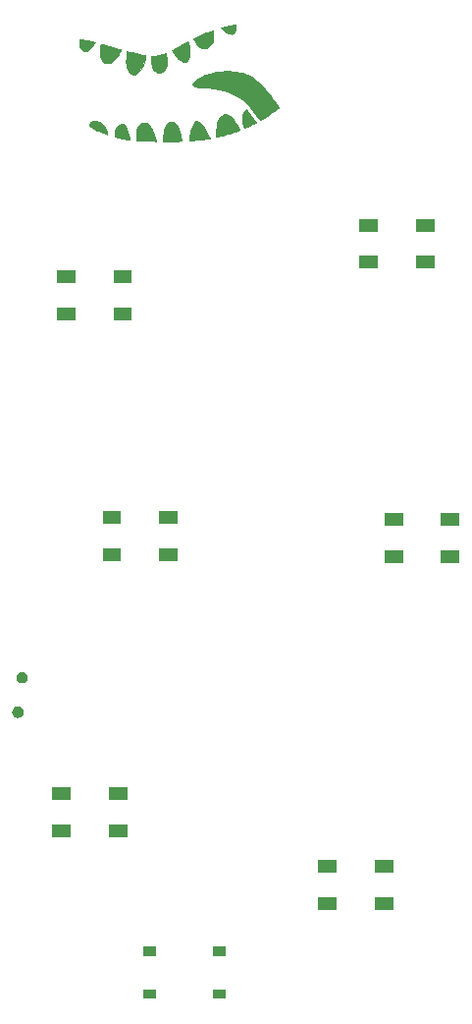
<source format=gbr>
G04 #@! TF.GenerationSoftware,KiCad,Pcbnew,(5.1.0-0)*
G04 #@! TF.CreationDate,2019-11-19T19:36:27-07:00*
G04 #@! TF.ProjectId,XMas-V3,584d6173-2d56-4332-9e6b-696361645f70,rev?*
G04 #@! TF.SameCoordinates,Original*
G04 #@! TF.FileFunction,Soldermask,Top*
G04 #@! TF.FilePolarity,Negative*
%FSLAX46Y46*%
G04 Gerber Fmt 4.6, Leading zero omitted, Abs format (unit mm)*
G04 Created by KiCad (PCBNEW (5.1.0-0)) date 2019-11-19 19:36:27*
%MOMM*%
%LPD*%
G04 APERTURE LIST*
%ADD10C,0.010000*%
%ADD11C,0.150000*%
G04 APERTURE END LIST*
D10*
G04 #@! TO.C,G\002A\002A\002A*
G36*
X-137330Y33343049D02*
G01*
X-135754Y33342021D01*
X-123587Y33303176D01*
X-118732Y33227968D01*
X-120469Y33130191D01*
X-128078Y33023643D01*
X-140840Y32922121D01*
X-158035Y32839420D01*
X-162796Y32823740D01*
X-205130Y32731678D01*
X-263375Y32649245D01*
X-326817Y32588799D01*
X-384746Y32562696D01*
X-389299Y32562454D01*
X-438171Y32557329D01*
X-469900Y32551748D01*
X-527453Y32550790D01*
X-604196Y32561710D01*
X-619141Y32565061D01*
X-699952Y32590747D01*
X-796753Y32629973D01*
X-847741Y32653931D01*
X-938343Y32704584D01*
X-1039801Y32769649D01*
X-1143173Y32842303D01*
X-1239518Y32915719D01*
X-1319893Y32983072D01*
X-1375357Y33037538D01*
X-1396967Y33072290D01*
X-1397000Y33073165D01*
X-1373354Y33087585D01*
X-1307834Y33109247D01*
X-1208564Y33136418D01*
X-1083673Y33167366D01*
X-941287Y33200359D01*
X-789532Y33233664D01*
X-636534Y33265550D01*
X-490420Y33294283D01*
X-359316Y33318132D01*
X-251349Y33335364D01*
X-174645Y33344247D01*
X-137330Y33343049D01*
X-137330Y33343049D01*
G37*
X-137330Y33343049D02*
X-135754Y33342021D01*
X-123587Y33303176D01*
X-118732Y33227968D01*
X-120469Y33130191D01*
X-128078Y33023643D01*
X-140840Y32922121D01*
X-158035Y32839420D01*
X-162796Y32823740D01*
X-205130Y32731678D01*
X-263375Y32649245D01*
X-326817Y32588799D01*
X-384746Y32562696D01*
X-389299Y32562454D01*
X-438171Y32557329D01*
X-469900Y32551748D01*
X-527453Y32550790D01*
X-604196Y32561710D01*
X-619141Y32565061D01*
X-699952Y32590747D01*
X-796753Y32629973D01*
X-847741Y32653931D01*
X-938343Y32704584D01*
X-1039801Y32769649D01*
X-1143173Y32842303D01*
X-1239518Y32915719D01*
X-1319893Y32983072D01*
X-1375357Y33037538D01*
X-1396967Y33072290D01*
X-1397000Y33073165D01*
X-1373354Y33087585D01*
X-1307834Y33109247D01*
X-1208564Y33136418D01*
X-1083673Y33167366D01*
X-941287Y33200359D01*
X-789532Y33233664D01*
X-636534Y33265550D01*
X-490420Y33294283D01*
X-359316Y33318132D01*
X-251349Y33335364D01*
X-174645Y33344247D01*
X-137330Y33343049D01*
G36*
X-2122554Y32818518D02*
G01*
X-2102369Y32754289D01*
X-2085709Y32659739D01*
X-2073515Y32545095D01*
X-2066726Y32420582D01*
X-2066282Y32296429D01*
X-2073124Y32182860D01*
X-2079937Y32131000D01*
X-2130380Y31936192D01*
X-2212288Y31754117D01*
X-2319540Y31593017D01*
X-2446015Y31461132D01*
X-2585591Y31366702D01*
X-2674078Y31331152D01*
X-2779502Y31304395D01*
X-2863279Y31297276D01*
X-2950105Y31308625D01*
X-2984500Y31316432D01*
X-3163643Y31385240D01*
X-3328860Y31499785D01*
X-3378200Y31546067D01*
X-3433034Y31606189D01*
X-3501288Y31688180D01*
X-3576089Y31782862D01*
X-3650566Y31881055D01*
X-3717846Y31973578D01*
X-3771056Y32051253D01*
X-3803324Y32104899D01*
X-3809813Y32122586D01*
X-3787263Y32140880D01*
X-3724081Y32175437D01*
X-3626729Y32223464D01*
X-3501665Y32282169D01*
X-3355350Y32348758D01*
X-3194243Y32420439D01*
X-3024805Y32494420D01*
X-2853493Y32567907D01*
X-2686770Y32638107D01*
X-2531094Y32702228D01*
X-2392924Y32757478D01*
X-2278722Y32801062D01*
X-2194946Y32830190D01*
X-2148056Y32842067D01*
X-2145323Y32842200D01*
X-2122554Y32818518D01*
X-2122554Y32818518D01*
G37*
X-2122554Y32818518D02*
X-2102369Y32754289D01*
X-2085709Y32659739D01*
X-2073515Y32545095D01*
X-2066726Y32420582D01*
X-2066282Y32296429D01*
X-2073124Y32182860D01*
X-2079937Y32131000D01*
X-2130380Y31936192D01*
X-2212288Y31754117D01*
X-2319540Y31593017D01*
X-2446015Y31461132D01*
X-2585591Y31366702D01*
X-2674078Y31331152D01*
X-2779502Y31304395D01*
X-2863279Y31297276D01*
X-2950105Y31308625D01*
X-2984500Y31316432D01*
X-3163643Y31385240D01*
X-3328860Y31499785D01*
X-3378200Y31546067D01*
X-3433034Y31606189D01*
X-3501288Y31688180D01*
X-3576089Y31782862D01*
X-3650566Y31881055D01*
X-3717846Y31973578D01*
X-3771056Y32051253D01*
X-3803324Y32104899D01*
X-3809813Y32122586D01*
X-3787263Y32140880D01*
X-3724081Y32175437D01*
X-3626729Y32223464D01*
X-3501665Y32282169D01*
X-3355350Y32348758D01*
X-3194243Y32420439D01*
X-3024805Y32494420D01*
X-2853493Y32567907D01*
X-2686770Y32638107D01*
X-2531094Y32702228D01*
X-2392924Y32757478D01*
X-2278722Y32801062D01*
X-2194946Y32830190D01*
X-2148056Y32842067D01*
X-2145323Y32842200D01*
X-2122554Y32818518D01*
G36*
X-13523319Y32113905D02*
G01*
X-13477906Y32107563D01*
X-13394116Y32091790D01*
X-13280382Y32068494D01*
X-13145139Y32039582D01*
X-12996821Y32006962D01*
X-12843864Y31972541D01*
X-12694701Y31938226D01*
X-12557768Y31905924D01*
X-12441498Y31877542D01*
X-12354326Y31854989D01*
X-12304687Y31840171D01*
X-12296887Y31836574D01*
X-12303698Y31811357D01*
X-12337462Y31756525D01*
X-12391591Y31680614D01*
X-12459495Y31592159D01*
X-12534586Y31499698D01*
X-12610274Y31411766D01*
X-12679971Y31336899D01*
X-12691446Y31325397D01*
X-12839588Y31193434D01*
X-12973465Y31106354D01*
X-13097857Y31061942D01*
X-13217542Y31057985D01*
X-13254500Y31064642D01*
X-13360444Y31113985D01*
X-13453273Y31206548D01*
X-13530151Y31335804D01*
X-13588240Y31495223D01*
X-13624703Y31678277D01*
X-13636703Y31878437D01*
X-13635124Y31940500D01*
X-13627100Y32118300D01*
X-13523319Y32113905D01*
X-13523319Y32113905D01*
G37*
X-13523319Y32113905D02*
X-13477906Y32107563D01*
X-13394116Y32091790D01*
X-13280382Y32068494D01*
X-13145139Y32039582D01*
X-12996821Y32006962D01*
X-12843864Y31972541D01*
X-12694701Y31938226D01*
X-12557768Y31905924D01*
X-12441498Y31877542D01*
X-12354326Y31854989D01*
X-12304687Y31840171D01*
X-12296887Y31836574D01*
X-12303698Y31811357D01*
X-12337462Y31756525D01*
X-12391591Y31680614D01*
X-12459495Y31592159D01*
X-12534586Y31499698D01*
X-12610274Y31411766D01*
X-12679971Y31336899D01*
X-12691446Y31325397D01*
X-12839588Y31193434D01*
X-12973465Y31106354D01*
X-13097857Y31061942D01*
X-13217542Y31057985D01*
X-13254500Y31064642D01*
X-13360444Y31113985D01*
X-13453273Y31206548D01*
X-13530151Y31335804D01*
X-13588240Y31495223D01*
X-13624703Y31678277D01*
X-13636703Y31878437D01*
X-13635124Y31940500D01*
X-13627100Y32118300D01*
X-13523319Y32113905D01*
G36*
X-4256647Y31900314D02*
G01*
X-4245451Y31872072D01*
X-4225599Y31806832D01*
X-4200756Y31716879D01*
X-4191966Y31683400D01*
X-4148969Y31475390D01*
X-4120222Y31247426D01*
X-4107436Y31020129D01*
X-4112319Y30814115D01*
X-4116252Y30770678D01*
X-4139423Y30598352D01*
X-4170069Y30465104D01*
X-4212340Y30359318D01*
X-4270388Y30269382D01*
X-4313156Y30219650D01*
X-4397547Y30165081D01*
X-4510965Y30145935D01*
X-4646060Y30162178D01*
X-4795481Y30213776D01*
X-4813300Y30221998D01*
X-4912432Y30278121D01*
X-5021828Y30353915D01*
X-5111295Y30427310D01*
X-5175238Y30492917D01*
X-5250198Y30580953D01*
X-5330688Y30683552D01*
X-5411219Y30792846D01*
X-5486304Y30900968D01*
X-5550456Y31000051D01*
X-5598187Y31082227D01*
X-5624009Y31139630D01*
X-5624556Y31163140D01*
X-5589329Y31187552D01*
X-5518109Y31230464D01*
X-5417532Y31288299D01*
X-5294235Y31357482D01*
X-5154856Y31434434D01*
X-5006031Y31515580D01*
X-4854398Y31597343D01*
X-4706593Y31676146D01*
X-4569253Y31748412D01*
X-4449015Y31810565D01*
X-4352516Y31859028D01*
X-4286392Y31890224D01*
X-4257282Y31900577D01*
X-4256647Y31900314D01*
X-4256647Y31900314D01*
G37*
X-4256647Y31900314D02*
X-4245451Y31872072D01*
X-4225599Y31806832D01*
X-4200756Y31716879D01*
X-4191966Y31683400D01*
X-4148969Y31475390D01*
X-4120222Y31247426D01*
X-4107436Y31020129D01*
X-4112319Y30814115D01*
X-4116252Y30770678D01*
X-4139423Y30598352D01*
X-4170069Y30465104D01*
X-4212340Y30359318D01*
X-4270388Y30269382D01*
X-4313156Y30219650D01*
X-4397547Y30165081D01*
X-4510965Y30145935D01*
X-4646060Y30162178D01*
X-4795481Y30213776D01*
X-4813300Y30221998D01*
X-4912432Y30278121D01*
X-5021828Y30353915D01*
X-5111295Y30427310D01*
X-5175238Y30492917D01*
X-5250198Y30580953D01*
X-5330688Y30683552D01*
X-5411219Y30792846D01*
X-5486304Y30900968D01*
X-5550456Y31000051D01*
X-5598187Y31082227D01*
X-5624009Y31139630D01*
X-5624556Y31163140D01*
X-5589329Y31187552D01*
X-5518109Y31230464D01*
X-5417532Y31288299D01*
X-5294235Y31357482D01*
X-5154856Y31434434D01*
X-5006031Y31515580D01*
X-4854398Y31597343D01*
X-4706593Y31676146D01*
X-4569253Y31748412D01*
X-4449015Y31810565D01*
X-4352516Y31859028D01*
X-4286392Y31890224D01*
X-4257282Y31900577D01*
X-4256647Y31900314D01*
G36*
X-11754215Y31683418D02*
G01*
X-11685392Y31667288D01*
X-11581330Y31640305D01*
X-11448717Y31604404D01*
X-11294243Y31561523D01*
X-11124598Y31513596D01*
X-10946472Y31462561D01*
X-10766553Y31410352D01*
X-10591532Y31358907D01*
X-10428098Y31310160D01*
X-10282940Y31266049D01*
X-10162748Y31228508D01*
X-10074213Y31199475D01*
X-10024022Y31180884D01*
X-10015125Y31175673D01*
X-10025042Y31143540D01*
X-10059871Y31079112D01*
X-10114021Y30990713D01*
X-10181898Y30886670D01*
X-10257911Y30775308D01*
X-10336468Y30664953D01*
X-10411976Y30563932D01*
X-10478843Y30480568D01*
X-10493329Y30463720D01*
X-10665155Y30284432D01*
X-10826449Y30152324D01*
X-10980365Y30065654D01*
X-11130054Y30022681D01*
X-11278670Y30021661D01*
X-11290300Y30023294D01*
X-11448770Y30071356D01*
X-11583835Y30162633D01*
X-11693953Y30294487D01*
X-11777584Y30464280D01*
X-11833187Y30669373D01*
X-11859222Y30907129D01*
X-11861058Y31000700D01*
X-11858091Y31077031D01*
X-11850359Y31178951D01*
X-11839199Y31295004D01*
X-11825945Y31413734D01*
X-11811932Y31523686D01*
X-11798496Y31613404D01*
X-11786970Y31671433D01*
X-11781108Y31686760D01*
X-11754215Y31683418D01*
X-11754215Y31683418D01*
G37*
X-11754215Y31683418D02*
X-11685392Y31667288D01*
X-11581330Y31640305D01*
X-11448717Y31604404D01*
X-11294243Y31561523D01*
X-11124598Y31513596D01*
X-10946472Y31462561D01*
X-10766553Y31410352D01*
X-10591532Y31358907D01*
X-10428098Y31310160D01*
X-10282940Y31266049D01*
X-10162748Y31228508D01*
X-10074213Y31199475D01*
X-10024022Y31180884D01*
X-10015125Y31175673D01*
X-10025042Y31143540D01*
X-10059871Y31079112D01*
X-10114021Y30990713D01*
X-10181898Y30886670D01*
X-10257911Y30775308D01*
X-10336468Y30664953D01*
X-10411976Y30563932D01*
X-10478843Y30480568D01*
X-10493329Y30463720D01*
X-10665155Y30284432D01*
X-10826449Y30152324D01*
X-10980365Y30065654D01*
X-11130054Y30022681D01*
X-11278670Y30021661D01*
X-11290300Y30023294D01*
X-11448770Y30071356D01*
X-11583835Y30162633D01*
X-11693953Y30294487D01*
X-11777584Y30464280D01*
X-11833187Y30669373D01*
X-11859222Y30907129D01*
X-11861058Y31000700D01*
X-11858091Y31077031D01*
X-11850359Y31178951D01*
X-11839199Y31295004D01*
X-11825945Y31413734D01*
X-11811932Y31523686D01*
X-11798496Y31613404D01*
X-11786970Y31671433D01*
X-11781108Y31686760D01*
X-11754215Y31683418D01*
G36*
X-6183280Y30879996D02*
G01*
X-6173540Y30854541D01*
X-6152848Y30792659D01*
X-6125227Y30706465D01*
X-6117919Y30683200D01*
X-6089816Y30582605D01*
X-6071846Y30486031D01*
X-6062010Y30376940D01*
X-6058314Y30238797D01*
X-6058102Y30187900D01*
X-6058783Y30056022D01*
X-6062581Y29961192D01*
X-6071817Y29889665D01*
X-6088815Y29827698D01*
X-6115898Y29761545D01*
X-6138279Y29713438D01*
X-6244542Y29530582D01*
X-6370228Y29385155D01*
X-6510805Y29280039D01*
X-6661742Y29218117D01*
X-6818507Y29202269D01*
X-6918455Y29217298D01*
X-7017865Y29263457D01*
X-7121900Y29348609D01*
X-7220203Y29463206D01*
X-7273573Y29544590D01*
X-7338583Y29680873D01*
X-7384524Y29839004D01*
X-7413057Y30027342D01*
X-7425847Y30254250D01*
X-7426755Y30314900D01*
X-7429500Y30645100D01*
X-7183960Y30661131D01*
X-6791277Y30712162D01*
X-6402909Y30813742D01*
X-6369248Y30824993D01*
X-6282205Y30853583D01*
X-6216560Y30873227D01*
X-6184520Y30880314D01*
X-6183280Y30879996D01*
X-6183280Y30879996D01*
G37*
X-6183280Y30879996D02*
X-6173540Y30854541D01*
X-6152848Y30792659D01*
X-6125227Y30706465D01*
X-6117919Y30683200D01*
X-6089816Y30582605D01*
X-6071846Y30486031D01*
X-6062010Y30376940D01*
X-6058314Y30238797D01*
X-6058102Y30187900D01*
X-6058783Y30056022D01*
X-6062581Y29961192D01*
X-6071817Y29889665D01*
X-6088815Y29827698D01*
X-6115898Y29761545D01*
X-6138279Y29713438D01*
X-6244542Y29530582D01*
X-6370228Y29385155D01*
X-6510805Y29280039D01*
X-6661742Y29218117D01*
X-6818507Y29202269D01*
X-6918455Y29217298D01*
X-7017865Y29263457D01*
X-7121900Y29348609D01*
X-7220203Y29463206D01*
X-7273573Y29544590D01*
X-7338583Y29680873D01*
X-7384524Y29839004D01*
X-7413057Y30027342D01*
X-7425847Y30254250D01*
X-7426755Y30314900D01*
X-7429500Y30645100D01*
X-7183960Y30661131D01*
X-6791277Y30712162D01*
X-6402909Y30813742D01*
X-6369248Y30824993D01*
X-6282205Y30853583D01*
X-6216560Y30873227D01*
X-6184520Y30880314D01*
X-6183280Y30879996D01*
G36*
X-9478157Y31053881D02*
G01*
X-9368595Y31023353D01*
X-9230943Y30987021D01*
X-9073067Y30946761D01*
X-8902832Y30904448D01*
X-8728104Y30861959D01*
X-8556749Y30821169D01*
X-8396632Y30783955D01*
X-8255618Y30752191D01*
X-8141574Y30727755D01*
X-8062364Y30712522D01*
X-8028775Y30708212D01*
X-7978154Y30702578D01*
X-7949016Y30681392D01*
X-7939709Y30636442D01*
X-7948584Y30559516D01*
X-7973990Y30442402D01*
X-7974733Y30439267D01*
X-8051599Y30145087D01*
X-8132932Y29895107D01*
X-8221479Y29682753D01*
X-8319984Y29501456D01*
X-8431190Y29344643D01*
X-8432605Y29342892D01*
X-8574938Y29190723D01*
X-8714540Y29089098D01*
X-8851302Y29038056D01*
X-8985115Y29037632D01*
X-9115870Y29087863D01*
X-9143169Y29105011D01*
X-9296950Y29238729D01*
X-9418465Y29411568D01*
X-9507669Y29623378D01*
X-9564514Y29874003D01*
X-9588954Y30163292D01*
X-9580944Y30491091D01*
X-9577432Y30537562D01*
X-9562572Y30715259D01*
X-9550006Y30848302D01*
X-9538577Y30942717D01*
X-9527126Y31004532D01*
X-9514492Y31039776D01*
X-9499518Y31054475D01*
X-9481045Y31054658D01*
X-9478157Y31053881D01*
X-9478157Y31053881D01*
G37*
X-9478157Y31053881D02*
X-9368595Y31023353D01*
X-9230943Y30987021D01*
X-9073067Y30946761D01*
X-8902832Y30904448D01*
X-8728104Y30861959D01*
X-8556749Y30821169D01*
X-8396632Y30783955D01*
X-8255618Y30752191D01*
X-8141574Y30727755D01*
X-8062364Y30712522D01*
X-8028775Y30708212D01*
X-7978154Y30702578D01*
X-7949016Y30681392D01*
X-7939709Y30636442D01*
X-7948584Y30559516D01*
X-7973990Y30442402D01*
X-7974733Y30439267D01*
X-8051599Y30145087D01*
X-8132932Y29895107D01*
X-8221479Y29682753D01*
X-8319984Y29501456D01*
X-8431190Y29344643D01*
X-8432605Y29342892D01*
X-8574938Y29190723D01*
X-8714540Y29089098D01*
X-8851302Y29038056D01*
X-8985115Y29037632D01*
X-9115870Y29087863D01*
X-9143169Y29105011D01*
X-9296950Y29238729D01*
X-9418465Y29411568D01*
X-9507669Y29623378D01*
X-9564514Y29874003D01*
X-9588954Y30163292D01*
X-9580944Y30491091D01*
X-9577432Y30537562D01*
X-9562572Y30715259D01*
X-9550006Y30848302D01*
X-9538577Y30942717D01*
X-9527126Y31004532D01*
X-9514492Y31039776D01*
X-9499518Y31054475D01*
X-9481045Y31054658D01*
X-9478157Y31053881D01*
G36*
X-671349Y29335561D02*
G01*
X-361330Y29318063D01*
X-69557Y29287993D01*
X190500Y29245560D01*
X504681Y29167293D01*
X804581Y29061392D01*
X1093528Y28925314D01*
X1374851Y28756519D01*
X1651878Y28552466D01*
X1927940Y28310615D01*
X2206364Y28028423D01*
X2490479Y27703351D01*
X2783615Y27332858D01*
X2899265Y27178000D01*
X3007496Y27029461D01*
X3116320Y26877401D01*
X3221651Y26727801D01*
X3319405Y26586641D01*
X3405495Y26459902D01*
X3475836Y26353565D01*
X3526342Y26273610D01*
X3552928Y26226017D01*
X3556000Y26216658D01*
X3536078Y26189095D01*
X3480354Y26137506D01*
X3394885Y26066644D01*
X3285730Y25981264D01*
X3158946Y25886117D01*
X3020592Y25785959D01*
X2895600Y25698493D01*
X2809328Y25640463D01*
X2701677Y25570065D01*
X2580150Y25491983D01*
X2452250Y25410899D01*
X2325480Y25331499D01*
X2207342Y25258466D01*
X2105341Y25196484D01*
X2026978Y25150237D01*
X1979757Y25124409D01*
X1969896Y25120600D01*
X1951082Y25139928D01*
X1911104Y25191369D01*
X1857483Y25265108D01*
X1838504Y25292050D01*
X1571213Y25660388D01*
X1304807Y26000171D01*
X1042364Y26308055D01*
X786962Y26580694D01*
X541676Y26814745D01*
X309584Y27006862D01*
X169663Y27106087D01*
X-141965Y27293280D01*
X-470036Y27454436D01*
X-819078Y27590756D01*
X-1193619Y27703440D01*
X-1598184Y27793688D01*
X-2037303Y27862702D01*
X-2515501Y27911681D01*
X-2971800Y27939145D01*
X-3200005Y27951772D01*
X-3383346Y27968775D01*
X-3527668Y27991524D01*
X-3638818Y28021389D01*
X-3722642Y28059742D01*
X-3784987Y28107953D01*
X-3809422Y28135535D01*
X-3850912Y28211140D01*
X-3853544Y28287276D01*
X-3815232Y28367605D01*
X-3733889Y28455789D01*
X-3607428Y28555492D01*
X-3545933Y28597949D01*
X-3164163Y28825544D01*
X-2756489Y29012780D01*
X-2319905Y29160840D01*
X-1851411Y29270908D01*
X-1825089Y29275804D01*
X-1576482Y29310609D01*
X-1292364Y29332036D01*
X-986173Y29340286D01*
X-671349Y29335561D01*
X-671349Y29335561D01*
G37*
X-671349Y29335561D02*
X-361330Y29318063D01*
X-69557Y29287993D01*
X190500Y29245560D01*
X504681Y29167293D01*
X804581Y29061392D01*
X1093528Y28925314D01*
X1374851Y28756519D01*
X1651878Y28552466D01*
X1927940Y28310615D01*
X2206364Y28028423D01*
X2490479Y27703351D01*
X2783615Y27332858D01*
X2899265Y27178000D01*
X3007496Y27029461D01*
X3116320Y26877401D01*
X3221651Y26727801D01*
X3319405Y26586641D01*
X3405495Y26459902D01*
X3475836Y26353565D01*
X3526342Y26273610D01*
X3552928Y26226017D01*
X3556000Y26216658D01*
X3536078Y26189095D01*
X3480354Y26137506D01*
X3394885Y26066644D01*
X3285730Y25981264D01*
X3158946Y25886117D01*
X3020592Y25785959D01*
X2895600Y25698493D01*
X2809328Y25640463D01*
X2701677Y25570065D01*
X2580150Y25491983D01*
X2452250Y25410899D01*
X2325480Y25331499D01*
X2207342Y25258466D01*
X2105341Y25196484D01*
X2026978Y25150237D01*
X1979757Y25124409D01*
X1969896Y25120600D01*
X1951082Y25139928D01*
X1911104Y25191369D01*
X1857483Y25265108D01*
X1838504Y25292050D01*
X1571213Y25660388D01*
X1304807Y26000171D01*
X1042364Y26308055D01*
X786962Y26580694D01*
X541676Y26814745D01*
X309584Y27006862D01*
X169663Y27106087D01*
X-141965Y27293280D01*
X-470036Y27454436D01*
X-819078Y27590756D01*
X-1193619Y27703440D01*
X-1598184Y27793688D01*
X-2037303Y27862702D01*
X-2515501Y27911681D01*
X-2971800Y27939145D01*
X-3200005Y27951772D01*
X-3383346Y27968775D01*
X-3527668Y27991524D01*
X-3638818Y28021389D01*
X-3722642Y28059742D01*
X-3784987Y28107953D01*
X-3809422Y28135535D01*
X-3850912Y28211140D01*
X-3853544Y28287276D01*
X-3815232Y28367605D01*
X-3733889Y28455789D01*
X-3607428Y28555492D01*
X-3545933Y28597949D01*
X-3164163Y28825544D01*
X-2756489Y29012780D01*
X-2319905Y29160840D01*
X-1851411Y29270908D01*
X-1825089Y29275804D01*
X-1576482Y29310609D01*
X-1292364Y29332036D01*
X-986173Y29340286D01*
X-671349Y29335561D01*
G36*
X977007Y25800867D02*
G01*
X1046824Y25713217D01*
X1128636Y25606429D01*
X1217235Y25487774D01*
X1307411Y25364525D01*
X1393954Y25243954D01*
X1471655Y25133332D01*
X1535304Y25039932D01*
X1579692Y24971025D01*
X1599611Y24933884D01*
X1600200Y24930941D01*
X1578632Y24916417D01*
X1519263Y24883886D01*
X1430091Y24837317D01*
X1319116Y24780678D01*
X1194338Y24717938D01*
X1063756Y24653064D01*
X935370Y24590024D01*
X817178Y24532788D01*
X717180Y24485322D01*
X643377Y24451595D01*
X603767Y24435576D01*
X600028Y24434800D01*
X586208Y24457090D01*
X563204Y24515539D01*
X535983Y24597517D01*
X535854Y24597933D01*
X458522Y24889249D01*
X417493Y25147114D01*
X413052Y25373901D01*
X445482Y25571982D01*
X515070Y25743730D01*
X622099Y25891518D01*
X699994Y25965967D01*
X783542Y26036634D01*
X977007Y25800867D01*
X977007Y25800867D01*
G37*
X977007Y25800867D02*
X1046824Y25713217D01*
X1128636Y25606429D01*
X1217235Y25487774D01*
X1307411Y25364525D01*
X1393954Y25243954D01*
X1471655Y25133332D01*
X1535304Y25039932D01*
X1579692Y24971025D01*
X1599611Y24933884D01*
X1600200Y24930941D01*
X1578632Y24916417D01*
X1519263Y24883886D01*
X1430091Y24837317D01*
X1319116Y24780678D01*
X1194338Y24717938D01*
X1063756Y24653064D01*
X935370Y24590024D01*
X817178Y24532788D01*
X717180Y24485322D01*
X643377Y24451595D01*
X603767Y24435576D01*
X600028Y24434800D01*
X586208Y24457090D01*
X563204Y24515539D01*
X535983Y24597517D01*
X535854Y24597933D01*
X458522Y24889249D01*
X417493Y25147114D01*
X413052Y25373901D01*
X445482Y25571982D01*
X515070Y25743730D01*
X622099Y25891518D01*
X699994Y25965967D01*
X783542Y26036634D01*
X977007Y25800867D01*
G36*
X-12216939Y25070360D02*
G01*
X-12166059Y25058956D01*
X-11942425Y24980136D01*
X-11748166Y24864655D01*
X-11581097Y24710254D01*
X-11439036Y24514675D01*
X-11319798Y24275659D01*
X-11263346Y24125429D01*
X-11228169Y24019626D01*
X-11208793Y23953076D01*
X-11203585Y23917315D01*
X-11210913Y23903882D01*
X-11220450Y23903002D01*
X-11249611Y23912643D01*
X-11316927Y23938077D01*
X-11413536Y23975862D01*
X-11530576Y24022559D01*
X-11582400Y24043478D01*
X-11734318Y24106987D01*
X-11896746Y24178325D01*
X-12062926Y24254167D01*
X-12226098Y24331188D01*
X-12379502Y24406063D01*
X-12516380Y24475465D01*
X-12629972Y24536070D01*
X-12713519Y24584553D01*
X-12760261Y24617588D01*
X-12767468Y24626480D01*
X-12768269Y24685725D01*
X-12742633Y24767214D01*
X-12697868Y24855216D01*
X-12641279Y24934001D01*
X-12609785Y24965948D01*
X-12491269Y25045291D01*
X-12363324Y25079466D01*
X-12216939Y25070360D01*
X-12216939Y25070360D01*
G37*
X-12216939Y25070360D02*
X-12166059Y25058956D01*
X-11942425Y24980136D01*
X-11748166Y24864655D01*
X-11581097Y24710254D01*
X-11439036Y24514675D01*
X-11319798Y24275659D01*
X-11263346Y24125429D01*
X-11228169Y24019626D01*
X-11208793Y23953076D01*
X-11203585Y23917315D01*
X-11210913Y23903882D01*
X-11220450Y23903002D01*
X-11249611Y23912643D01*
X-11316927Y23938077D01*
X-11413536Y23975862D01*
X-11530576Y24022559D01*
X-11582400Y24043478D01*
X-11734318Y24106987D01*
X-11896746Y24178325D01*
X-12062926Y24254167D01*
X-12226098Y24331188D01*
X-12379502Y24406063D01*
X-12516380Y24475465D01*
X-12629972Y24536070D01*
X-12713519Y24584553D01*
X-12760261Y24617588D01*
X-12767468Y24626480D01*
X-12768269Y24685725D01*
X-12742633Y24767214D01*
X-12697868Y24855216D01*
X-12641279Y24934001D01*
X-12609785Y24965948D01*
X-12491269Y25045291D01*
X-12363324Y25079466D01*
X-12216939Y25070360D01*
G36*
X-917281Y25610175D02*
G01*
X-798067Y25568021D01*
X-658875Y25483697D01*
X-509685Y25358624D01*
X-356852Y25200146D01*
X-206731Y25015608D01*
X-65675Y24812358D01*
X59960Y24597739D01*
X87774Y24544044D01*
X136453Y24445205D01*
X174989Y24362554D01*
X198420Y24306989D01*
X203200Y24290496D01*
X179630Y24271180D01*
X112771Y24240501D01*
X8402Y24200256D01*
X-127701Y24152242D01*
X-289760Y24098257D01*
X-471998Y24040099D01*
X-668639Y23979564D01*
X-873904Y23918450D01*
X-1082016Y23858555D01*
X-1287198Y23801676D01*
X-1483673Y23749611D01*
X-1665663Y23704156D01*
X-1731073Y23688700D01*
X-1768457Y23682651D01*
X-1790401Y23693484D01*
X-1803439Y23731780D01*
X-1814104Y23808118D01*
X-1816269Y23826649D01*
X-1822309Y23921580D01*
X-1823455Y24046256D01*
X-1819707Y24179859D01*
X-1816292Y24239261D01*
X-1783873Y24536455D01*
X-1730623Y24802602D01*
X-1658241Y25035487D01*
X-1568425Y25232894D01*
X-1462874Y25392605D01*
X-1343286Y25512405D01*
X-1211359Y25590078D01*
X-1068791Y25623407D01*
X-917281Y25610175D01*
X-917281Y25610175D01*
G37*
X-917281Y25610175D02*
X-798067Y25568021D01*
X-658875Y25483697D01*
X-509685Y25358624D01*
X-356852Y25200146D01*
X-206731Y25015608D01*
X-65675Y24812358D01*
X59960Y24597739D01*
X87774Y24544044D01*
X136453Y24445205D01*
X174989Y24362554D01*
X198420Y24306989D01*
X203200Y24290496D01*
X179630Y24271180D01*
X112771Y24240501D01*
X8402Y24200256D01*
X-127701Y24152242D01*
X-289760Y24098257D01*
X-471998Y24040099D01*
X-668639Y23979564D01*
X-873904Y23918450D01*
X-1082016Y23858555D01*
X-1287198Y23801676D01*
X-1483673Y23749611D01*
X-1665663Y23704156D01*
X-1731073Y23688700D01*
X-1768457Y23682651D01*
X-1790401Y23693484D01*
X-1803439Y23731780D01*
X-1814104Y23808118D01*
X-1816269Y23826649D01*
X-1822309Y23921580D01*
X-1823455Y24046256D01*
X-1819707Y24179859D01*
X-1816292Y24239261D01*
X-1783873Y24536455D01*
X-1730623Y24802602D01*
X-1658241Y25035487D01*
X-1568425Y25232894D01*
X-1462874Y25392605D01*
X-1343286Y25512405D01*
X-1211359Y25590078D01*
X-1068791Y25623407D01*
X-917281Y25610175D01*
G36*
X-9840456Y24775638D02*
G01*
X-9737569Y24686563D01*
X-9640209Y24548685D01*
X-9548830Y24362384D01*
X-9463886Y24128039D01*
X-9395249Y23884079D01*
X-9361636Y23749001D01*
X-9332926Y23630954D01*
X-9311234Y23538850D01*
X-9298674Y23481601D01*
X-9296400Y23467579D01*
X-9304176Y23454075D01*
X-9331948Y23448407D01*
X-9386382Y23451083D01*
X-9474145Y23462611D01*
X-9601902Y23483501D01*
X-9677400Y23496652D01*
X-9813626Y23522667D01*
X-9976612Y23556818D01*
X-10143998Y23594287D01*
X-10267950Y23623885D01*
X-10591800Y23704104D01*
X-10591359Y23809102D01*
X-10573990Y23999779D01*
X-10527028Y24196716D01*
X-10455896Y24384615D01*
X-10366018Y24548175D01*
X-10298176Y24636343D01*
X-10177729Y24746264D01*
X-10060990Y24805867D01*
X-9948414Y24815532D01*
X-9840456Y24775638D01*
X-9840456Y24775638D01*
G37*
X-9840456Y24775638D02*
X-9737569Y24686563D01*
X-9640209Y24548685D01*
X-9548830Y24362384D01*
X-9463886Y24128039D01*
X-9395249Y23884079D01*
X-9361636Y23749001D01*
X-9332926Y23630954D01*
X-9311234Y23538850D01*
X-9298674Y23481601D01*
X-9296400Y23467579D01*
X-9304176Y23454075D01*
X-9331948Y23448407D01*
X-9386382Y23451083D01*
X-9474145Y23462611D01*
X-9601902Y23483501D01*
X-9677400Y23496652D01*
X-9813626Y23522667D01*
X-9976612Y23556818D01*
X-10143998Y23594287D01*
X-10267950Y23623885D01*
X-10591800Y23704104D01*
X-10591359Y23809102D01*
X-10573990Y23999779D01*
X-10527028Y24196716D01*
X-10455896Y24384615D01*
X-10366018Y24548175D01*
X-10298176Y24636343D01*
X-10177729Y24746264D01*
X-10060990Y24805867D01*
X-9948414Y24815532D01*
X-9840456Y24775638D01*
G36*
X-3419074Y25059816D02*
G01*
X-3326975Y25014126D01*
X-3221889Y24923775D01*
X-3177754Y24878202D01*
X-3076601Y24763631D01*
X-2978620Y24638129D01*
X-2878681Y24494046D01*
X-2771658Y24323731D01*
X-2652422Y24119534D01*
X-2567377Y23967612D01*
X-2480961Y23807202D01*
X-2421626Y23687699D01*
X-2389603Y23609612D01*
X-2385123Y23573448D01*
X-2386908Y23571628D01*
X-2430036Y23557805D01*
X-2516775Y23540395D01*
X-2640134Y23520276D01*
X-2793123Y23498329D01*
X-2968749Y23475431D01*
X-3160021Y23452461D01*
X-3359948Y23430300D01*
X-3561538Y23409824D01*
X-3757800Y23391914D01*
X-3918012Y23379158D01*
X-4165724Y23361031D01*
X-4153961Y23434366D01*
X-4145133Y23493691D01*
X-4132153Y23585997D01*
X-4117455Y23693896D01*
X-4113551Y23723124D01*
X-4075787Y23946672D01*
X-4023317Y24169943D01*
X-3959335Y24383913D01*
X-3887037Y24579555D01*
X-3809615Y24747844D01*
X-3730264Y24879753D01*
X-3684073Y24936612D01*
X-3590960Y25020291D01*
X-3504848Y25061615D01*
X-3419074Y25059816D01*
X-3419074Y25059816D01*
G37*
X-3419074Y25059816D02*
X-3326975Y25014126D01*
X-3221889Y24923775D01*
X-3177754Y24878202D01*
X-3076601Y24763631D01*
X-2978620Y24638129D01*
X-2878681Y24494046D01*
X-2771658Y24323731D01*
X-2652422Y24119534D01*
X-2567377Y23967612D01*
X-2480961Y23807202D01*
X-2421626Y23687699D01*
X-2389603Y23609612D01*
X-2385123Y23573448D01*
X-2386908Y23571628D01*
X-2430036Y23557805D01*
X-2516775Y23540395D01*
X-2640134Y23520276D01*
X-2793123Y23498329D01*
X-2968749Y23475431D01*
X-3160021Y23452461D01*
X-3359948Y23430300D01*
X-3561538Y23409824D01*
X-3757800Y23391914D01*
X-3918012Y23379158D01*
X-4165724Y23361031D01*
X-4153961Y23434366D01*
X-4145133Y23493691D01*
X-4132153Y23585997D01*
X-4117455Y23693896D01*
X-4113551Y23723124D01*
X-4075787Y23946672D01*
X-4023317Y24169943D01*
X-3959335Y24383913D01*
X-3887037Y24579555D01*
X-3809615Y24747844D01*
X-3730264Y24879753D01*
X-3684073Y24936612D01*
X-3590960Y25020291D01*
X-3504848Y25061615D01*
X-3419074Y25059816D01*
G36*
X-5639883Y24987965D02*
G01*
X-5523188Y24963268D01*
X-5417694Y24910708D01*
X-5321514Y24827145D01*
X-5232759Y24709438D01*
X-5149540Y24554448D01*
X-5069968Y24359034D01*
X-4992154Y24120057D01*
X-4914210Y23834376D01*
X-4891784Y23744274D01*
X-4859941Y23612294D01*
X-4832944Y23497143D01*
X-4812919Y23408141D01*
X-4801991Y23354613D01*
X-4800600Y23344224D01*
X-4822274Y23335755D01*
X-4888174Y23328930D01*
X-4999617Y23323706D01*
X-5157921Y23320039D01*
X-5364403Y23317886D01*
X-5613400Y23317200D01*
X-6426200Y23317200D01*
X-6426200Y23379400D01*
X-6422338Y23443917D01*
X-6411821Y23546588D01*
X-6396258Y23675442D01*
X-6377258Y23818509D01*
X-6356428Y23963818D01*
X-6335378Y24099400D01*
X-6315714Y24213284D01*
X-6310532Y24240380D01*
X-6249840Y24480546D01*
X-6171331Y24673635D01*
X-6074342Y24820384D01*
X-5958212Y24921531D01*
X-5822279Y24977814D01*
X-5665881Y24989971D01*
X-5639883Y24987965D01*
X-5639883Y24987965D01*
G37*
X-5639883Y24987965D02*
X-5523188Y24963268D01*
X-5417694Y24910708D01*
X-5321514Y24827145D01*
X-5232759Y24709438D01*
X-5149540Y24554448D01*
X-5069968Y24359034D01*
X-4992154Y24120057D01*
X-4914210Y23834376D01*
X-4891784Y23744274D01*
X-4859941Y23612294D01*
X-4832944Y23497143D01*
X-4812919Y23408141D01*
X-4801991Y23354613D01*
X-4800600Y23344224D01*
X-4822274Y23335755D01*
X-4888174Y23328930D01*
X-4999617Y23323706D01*
X-5157921Y23320039D01*
X-5364403Y23317886D01*
X-5613400Y23317200D01*
X-6426200Y23317200D01*
X-6426200Y23379400D01*
X-6422338Y23443917D01*
X-6411821Y23546588D01*
X-6396258Y23675442D01*
X-6377258Y23818509D01*
X-6356428Y23963818D01*
X-6335378Y24099400D01*
X-6315714Y24213284D01*
X-6310532Y24240380D01*
X-6249840Y24480546D01*
X-6171331Y24673635D01*
X-6074342Y24820384D01*
X-5958212Y24921531D01*
X-5822279Y24977814D01*
X-5665881Y24989971D01*
X-5639883Y24987965D01*
G36*
X-7853660Y24876936D02*
G01*
X-7723968Y24827956D01*
X-7602543Y24738085D01*
X-7560509Y24697057D01*
X-7479237Y24593066D01*
X-7393818Y24446901D01*
X-7308010Y24266568D01*
X-7225570Y24060075D01*
X-7150253Y23835427D01*
X-7139548Y23799800D01*
X-7090661Y23634696D01*
X-7054974Y23512175D01*
X-7031674Y23425991D01*
X-7019952Y23369900D01*
X-7018997Y23337654D01*
X-7027997Y23323008D01*
X-7046142Y23319715D01*
X-7072620Y23321530D01*
X-7077497Y23321872D01*
X-7124787Y23324160D01*
X-7213736Y23327781D01*
X-7335228Y23332390D01*
X-7480150Y23337643D01*
X-7639386Y23343193D01*
X-7658100Y23343832D01*
X-7837945Y23349612D01*
X-8023030Y23354968D01*
X-8198855Y23359521D01*
X-8350919Y23362892D01*
X-8451850Y23364560D01*
X-8737600Y23368000D01*
X-8737159Y23679150D01*
X-8724145Y23969551D01*
X-8685394Y24218875D01*
X-8620016Y24430352D01*
X-8527120Y24607216D01*
X-8455850Y24700297D01*
X-8337267Y24804807D01*
X-8198664Y24867257D01*
X-8032124Y24891014D01*
X-8006339Y24891443D01*
X-7853660Y24876936D01*
X-7853660Y24876936D01*
G37*
X-7853660Y24876936D02*
X-7723968Y24827956D01*
X-7602543Y24738085D01*
X-7560509Y24697057D01*
X-7479237Y24593066D01*
X-7393818Y24446901D01*
X-7308010Y24266568D01*
X-7225570Y24060075D01*
X-7150253Y23835427D01*
X-7139548Y23799800D01*
X-7090661Y23634696D01*
X-7054974Y23512175D01*
X-7031674Y23425991D01*
X-7019952Y23369900D01*
X-7018997Y23337654D01*
X-7027997Y23323008D01*
X-7046142Y23319715D01*
X-7072620Y23321530D01*
X-7077497Y23321872D01*
X-7124787Y23324160D01*
X-7213736Y23327781D01*
X-7335228Y23332390D01*
X-7480150Y23337643D01*
X-7639386Y23343193D01*
X-7658100Y23343832D01*
X-7837945Y23349612D01*
X-8023030Y23354968D01*
X-8198855Y23359521D01*
X-8350919Y23362892D01*
X-8451850Y23364560D01*
X-8737600Y23368000D01*
X-8737159Y23679150D01*
X-8724145Y23969551D01*
X-8685394Y24218875D01*
X-8620016Y24430352D01*
X-8527120Y24607216D01*
X-8455850Y24700297D01*
X-8337267Y24804807D01*
X-8198664Y24867257D01*
X-8032124Y24891014D01*
X-8006339Y24891443D01*
X-7853660Y24876936D01*
D11*
G36*
X-986000Y-50574000D02*
G01*
X-2088000Y-50574000D01*
X-2088000Y-49772000D01*
X-986000Y-49772000D01*
X-986000Y-50574000D01*
X-986000Y-50574000D01*
G37*
G36*
X-6986000Y-50574000D02*
G01*
X-8088000Y-50574000D01*
X-8088000Y-49772000D01*
X-6986000Y-49772000D01*
X-6986000Y-50574000D01*
X-6986000Y-50574000D01*
G37*
G36*
X-6986000Y-46874000D02*
G01*
X-8088000Y-46874000D01*
X-8088000Y-46072000D01*
X-6986000Y-46072000D01*
X-6986000Y-46874000D01*
X-6986000Y-46874000D01*
G37*
G36*
X-986000Y-46874000D02*
G01*
X-2088000Y-46874000D01*
X-2088000Y-46072000D01*
X-986000Y-46072000D01*
X-986000Y-46874000D01*
X-986000Y-46874000D01*
G37*
G36*
X8605000Y-42951000D02*
G01*
X7003000Y-42951000D01*
X7003000Y-41849000D01*
X8605000Y-41849000D01*
X8605000Y-42951000D01*
X8605000Y-42951000D01*
G37*
G36*
X13505000Y-42951000D02*
G01*
X11903000Y-42951000D01*
X11903000Y-41849000D01*
X13505000Y-41849000D01*
X13505000Y-42951000D01*
X13505000Y-42951000D01*
G37*
G36*
X8605000Y-39751000D02*
G01*
X7003000Y-39751000D01*
X7003000Y-38649000D01*
X8605000Y-38649000D01*
X8605000Y-39751000D01*
X8605000Y-39751000D01*
G37*
G36*
X13505000Y-39751000D02*
G01*
X11903000Y-39751000D01*
X11903000Y-38649000D01*
X13505000Y-38649000D01*
X13505000Y-39751000D01*
X13505000Y-39751000D01*
G37*
G36*
X-14355000Y-36653000D02*
G01*
X-15957000Y-36653000D01*
X-15957000Y-35551000D01*
X-14355000Y-35551000D01*
X-14355000Y-36653000D01*
X-14355000Y-36653000D01*
G37*
G36*
X-9455000Y-36653000D02*
G01*
X-11057000Y-36653000D01*
X-11057000Y-35551000D01*
X-9455000Y-35551000D01*
X-9455000Y-36653000D01*
X-9455000Y-36653000D01*
G37*
G36*
X-14355000Y-33453000D02*
G01*
X-15957000Y-33453000D01*
X-15957000Y-32351000D01*
X-14355000Y-32351000D01*
X-14355000Y-33453000D01*
X-14355000Y-33453000D01*
G37*
G36*
X-9455000Y-33453000D02*
G01*
X-11057000Y-33453000D01*
X-11057000Y-32351000D01*
X-9455000Y-32351000D01*
X-9455000Y-33453000D01*
X-9455000Y-33453000D01*
G37*
G36*
X-18824501Y-25390296D02*
G01*
X-18776105Y-25399923D01*
X-18738339Y-25415566D01*
X-18684930Y-25437689D01*
X-18684929Y-25437690D01*
X-18602872Y-25492518D01*
X-18533089Y-25562301D01*
X-18533088Y-25562303D01*
X-18478260Y-25644359D01*
X-18440494Y-25735535D01*
X-18421241Y-25832325D01*
X-18421241Y-25931015D01*
X-18440494Y-26027805D01*
X-18478260Y-26118981D01*
X-18478261Y-26118982D01*
X-18533089Y-26201039D01*
X-18602872Y-26270822D01*
X-18644179Y-26298422D01*
X-18684930Y-26325651D01*
X-18738339Y-26347774D01*
X-18776105Y-26363417D01*
X-18824501Y-26373044D01*
X-18872896Y-26382670D01*
X-18971586Y-26382670D01*
X-19019981Y-26373044D01*
X-19068377Y-26363417D01*
X-19106143Y-26347774D01*
X-19159552Y-26325651D01*
X-19200303Y-26298422D01*
X-19241610Y-26270822D01*
X-19311393Y-26201039D01*
X-19366221Y-26118982D01*
X-19366222Y-26118981D01*
X-19403988Y-26027805D01*
X-19423241Y-25931015D01*
X-19423241Y-25832325D01*
X-19403988Y-25735535D01*
X-19366222Y-25644359D01*
X-19311394Y-25562303D01*
X-19311393Y-25562301D01*
X-19241610Y-25492518D01*
X-19159553Y-25437690D01*
X-19159552Y-25437689D01*
X-19106143Y-25415566D01*
X-19068377Y-25399923D01*
X-19019981Y-25390296D01*
X-18971586Y-25380670D01*
X-18872896Y-25380670D01*
X-18824501Y-25390296D01*
X-18824501Y-25390296D01*
G37*
G36*
X-18458893Y-22412659D02*
G01*
X-18410497Y-22422285D01*
X-18372731Y-22437928D01*
X-18319322Y-22460051D01*
X-18319321Y-22460052D01*
X-18237264Y-22514880D01*
X-18167481Y-22584663D01*
X-18167480Y-22584665D01*
X-18112652Y-22666721D01*
X-18074886Y-22757897D01*
X-18055633Y-22854687D01*
X-18055633Y-22953377D01*
X-18074886Y-23050167D01*
X-18112652Y-23141343D01*
X-18112653Y-23141344D01*
X-18167481Y-23223401D01*
X-18237264Y-23293184D01*
X-18278571Y-23320784D01*
X-18319322Y-23348013D01*
X-18372731Y-23370136D01*
X-18410497Y-23385779D01*
X-18458893Y-23395405D01*
X-18507288Y-23405032D01*
X-18605978Y-23405032D01*
X-18654373Y-23395406D01*
X-18702769Y-23385779D01*
X-18740535Y-23370136D01*
X-18793944Y-23348013D01*
X-18834695Y-23320784D01*
X-18876002Y-23293184D01*
X-18945785Y-23223401D01*
X-19000613Y-23141344D01*
X-19000614Y-23141343D01*
X-19038380Y-23050167D01*
X-19057633Y-22953377D01*
X-19057633Y-22854687D01*
X-19038380Y-22757897D01*
X-19000614Y-22666721D01*
X-18945786Y-22584665D01*
X-18945785Y-22584663D01*
X-18876002Y-22514880D01*
X-18793945Y-22460052D01*
X-18793944Y-22460051D01*
X-18740535Y-22437928D01*
X-18702769Y-22422285D01*
X-18654373Y-22412659D01*
X-18605978Y-22403032D01*
X-18507288Y-22403032D01*
X-18458893Y-22412659D01*
X-18458893Y-22412659D01*
G37*
G36*
X19189000Y-13010000D02*
G01*
X17587000Y-13010000D01*
X17587000Y-11908000D01*
X19189000Y-11908000D01*
X19189000Y-13010000D01*
X19189000Y-13010000D01*
G37*
G36*
X14289000Y-13010000D02*
G01*
X12687000Y-13010000D01*
X12687000Y-11908000D01*
X14289000Y-11908000D01*
X14289000Y-13010000D01*
X14289000Y-13010000D01*
G37*
G36*
X-10018000Y-12878000D02*
G01*
X-11620000Y-12878000D01*
X-11620000Y-11776000D01*
X-10018000Y-11776000D01*
X-10018000Y-12878000D01*
X-10018000Y-12878000D01*
G37*
G36*
X-5118000Y-12878000D02*
G01*
X-6720000Y-12878000D01*
X-6720000Y-11776000D01*
X-5118000Y-11776000D01*
X-5118000Y-12878000D01*
X-5118000Y-12878000D01*
G37*
G36*
X14289000Y-9810000D02*
G01*
X12687000Y-9810000D01*
X12687000Y-8708000D01*
X14289000Y-8708000D01*
X14289000Y-9810000D01*
X14289000Y-9810000D01*
G37*
G36*
X19189000Y-9810000D02*
G01*
X17587000Y-9810000D01*
X17587000Y-8708000D01*
X19189000Y-8708000D01*
X19189000Y-9810000D01*
X19189000Y-9810000D01*
G37*
G36*
X-10018000Y-9678000D02*
G01*
X-11620000Y-9678000D01*
X-11620000Y-8576000D01*
X-10018000Y-8576000D01*
X-10018000Y-9678000D01*
X-10018000Y-9678000D01*
G37*
G36*
X-5118000Y-9678000D02*
G01*
X-6720000Y-9678000D01*
X-6720000Y-8576000D01*
X-5118000Y-8576000D01*
X-5118000Y-9678000D01*
X-5118000Y-9678000D01*
G37*
G36*
X-9084000Y7905000D02*
G01*
X-10686000Y7905000D01*
X-10686000Y9007000D01*
X-9084000Y9007000D01*
X-9084000Y7905000D01*
X-9084000Y7905000D01*
G37*
G36*
X-13984000Y7905000D02*
G01*
X-15586000Y7905000D01*
X-15586000Y9007000D01*
X-13984000Y9007000D01*
X-13984000Y7905000D01*
X-13984000Y7905000D01*
G37*
G36*
X-9084000Y11105000D02*
G01*
X-10686000Y11105000D01*
X-10686000Y12207000D01*
X-9084000Y12207000D01*
X-9084000Y11105000D01*
X-9084000Y11105000D01*
G37*
G36*
X-13984000Y11105000D02*
G01*
X-15586000Y11105000D01*
X-15586000Y12207000D01*
X-13984000Y12207000D01*
X-13984000Y11105000D01*
X-13984000Y11105000D01*
G37*
G36*
X12113000Y12324000D02*
G01*
X10511000Y12324000D01*
X10511000Y13426000D01*
X12113000Y13426000D01*
X12113000Y12324000D01*
X12113000Y12324000D01*
G37*
G36*
X17013000Y12324000D02*
G01*
X15411000Y12324000D01*
X15411000Y13426000D01*
X17013000Y13426000D01*
X17013000Y12324000D01*
X17013000Y12324000D01*
G37*
G36*
X12113000Y15524000D02*
G01*
X10511000Y15524000D01*
X10511000Y16626000D01*
X12113000Y16626000D01*
X12113000Y15524000D01*
X12113000Y15524000D01*
G37*
G36*
X17013000Y15524000D02*
G01*
X15411000Y15524000D01*
X15411000Y16626000D01*
X17013000Y16626000D01*
X17013000Y15524000D01*
X17013000Y15524000D01*
G37*
M02*

</source>
